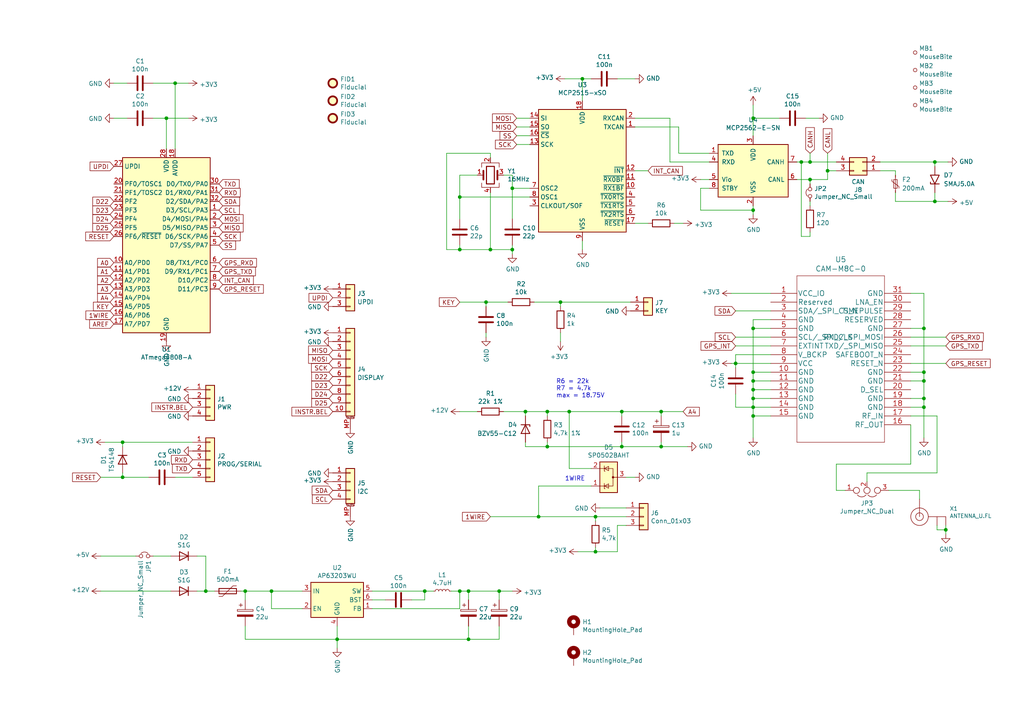
<source format=kicad_sch>
(kicad_sch (version 20230121) (generator eeschema)
  (paper "A4")
  (title_block (title "CAN Display") (date "2021-03-12") (rev "0.5.1") (company "fiz-o-matic"))
  (junction (at 191.77 119.38))
  (junction (at 218.44 34.29))
  (junction (at 165.1 119.38))
  (junction (at 97.79 185.42))
  (junction (at 218.44 60.96))
  (junction (at 144.78 171.45))
  (junction (at 267.97 107.95))
  (junction (at 158.75 129.54))
  (junction (at 191.77 129.54))
  (junction (at 168.91 22.86))
  (junction (at 148.59 72.39))
  (junction (at 274.32 153.67))
  (junction (at 234.95 52.07))
  (junction (at 123.19 171.45))
  (junction (at 135.89 185.42))
  (junction (at 218.44 115.57))
  (junction (at 267.97 118.11))
  (junction (at 218.44 95.25))
  (junction (at 135.89 171.45))
  (junction (at 133.35 72.39))
  (junction (at 162.56 87.63))
  (junction (at 35.56 128.27))
  (junction (at 71.12 171.45))
  (junction (at 267.97 95.25))
  (junction (at 218.44 107.95))
  (junction (at 152.4 119.38))
  (junction (at 267.97 110.49))
  (junction (at 156.21 149.86))
  (junction (at 142.24 72.39))
  (junction (at 48.26 34.29))
  (junction (at 133.35 171.45))
  (junction (at 78.74 171.45))
  (junction (at 213.36 105.41))
  (junction (at 172.72 160.02))
  (junction (at 50.8 24.13))
  (junction (at 180.34 119.38))
  (junction (at 158.75 119.38))
  (junction (at 133.35 57.15))
  (junction (at 232.41 46.99))
  (junction (at 180.34 129.54))
  (junction (at 271.145 58.42))
  (junction (at 218.44 113.03))
  (junction (at 172.72 149.86))
  (junction (at 148.59 54.61))
  (junction (at 234.95 46.99))
  (junction (at 240.03 49.53))
  (junction (at 218.44 110.49))
  (junction (at 218.44 120.65))
  (junction (at 59.69 171.45))
  (junction (at 267.97 115.57))
  (junction (at 140.97 87.63))
  (junction (at 218.44 118.11))
  (junction (at 271.145 46.99))
  (junction (at 35.56 138.43))
  (wire (pts (xy 271.145 55.88) (xy 271.145 58.42)))
  (wire (pts (xy 196.85 44.45) (xy 205.74 44.45)))
  (wire (pts (xy 29.21 161.29) (xy 39.37 161.29)))
  (wire (pts (xy 35.56 137.16) (xy 35.56 138.43)))
  (wire (pts (xy 142.24 55.88) (xy 142.24 72.39)))
  (wire (pts (xy 148.59 50.8) (xy 148.59 54.61)))
  (wire (pts (xy 257.81 142.24) (xy 266.7 142.24)))
  (wire (pts (xy 234.95 46.99) (xy 242.57 46.99)))
  (wire (pts (xy 97.79 185.42) (xy 135.89 185.42)))
  (wire (pts (xy 133.35 176.53) (xy 133.35 171.45)))
  (wire (pts (xy 142.24 149.86) (xy 156.21 149.86)))
  (wire (pts (xy 35.56 138.43) (xy 43.18 138.43)))
  (wire (pts (xy 267.97 110.49) (xy 267.97 115.57)))
  (wire (pts (xy 264.16 110.49) (xy 267.97 110.49)))
  (wire (pts (xy 271.78 153.67) (xy 274.32 153.67)))
  (wire (pts (xy 156.21 149.86) (xy 156.21 140.97)))
  (wire (pts (xy 163.83 22.86) (xy 168.91 22.86)))
  (wire (pts (xy 149.86 41.91) (xy 153.67 41.91)))
  (wire (pts (xy 123.19 173.99) (xy 123.19 171.45)))
  (wire (pts (xy 162.56 96.52) (xy 162.56 99.06)))
  (wire (pts (xy 264.16 118.11) (xy 267.97 118.11)))
  (wire (pts (xy 133.35 57.15) (xy 153.67 57.15)))
  (wire (pts (xy 149.86 39.37) (xy 153.67 39.37)))
  (wire (pts (xy 203.2 60.96) (xy 218.44 60.96)))
  (wire (pts (xy 271.78 137.16) (xy 271.78 120.65)))
  (wire (pts (xy 172.72 149.86) (xy 181.61 149.86)))
  (wire (pts (xy 213.36 105.41) (xy 213.36 106.68)))
  (wire (pts (xy 172.72 151.13) (xy 172.72 149.86)))
  (wire (pts (xy 213.36 114.3) (xy 213.36 118.11)))
  (wire (pts (xy 152.4 120.65) (xy 152.4 119.38)))
  (wire (pts (xy 271.78 120.65) (xy 264.16 120.65)))
  (wire (pts (xy 154.94 87.63) (xy 162.56 87.63)))
  (wire (pts (xy 59.69 171.45) (xy 62.23 171.45)))
  (wire (pts (xy 144.78 185.42) (xy 144.78 181.61)))
  (wire (pts (xy 133.35 119.38) (xy 138.43 119.38)))
  (wire (pts (xy 242.57 134.62) (xy 242.57 142.24)))
  (wire (pts (xy 165.1 135.89) (xy 171.45 135.89)))
  (wire (pts (xy 195.58 64.77) (xy 198.12 64.77)))
  (wire (pts (xy 30.48 128.27) (xy 35.56 128.27)))
  (wire (pts (xy 44.45 24.13) (xy 50.8 24.13)))
  (wire (pts (xy 142.24 44.45) (xy 129.54 44.45)))
  (wire (pts (xy 271.145 58.42) (xy 274.955 58.42)))
  (wire (pts (xy 213.36 105.41) (xy 212.09 105.41)))
  (wire (pts (xy 218.44 92.71) (xy 218.44 95.25)))
  (wire (pts (xy 264.16 123.19) (xy 264.16 134.62)))
  (wire (pts (xy 158.75 120.65) (xy 158.75 119.38)))
  (wire (pts (xy 71.12 171.45) (xy 78.74 171.45)))
  (wire (pts (xy 148.59 54.61) (xy 153.67 54.61)))
  (wire (pts (xy 148.59 63.5) (xy 148.59 54.61)))
  (wire (pts (xy 267.97 118.11) (xy 267.97 127)))
  (wire (pts (xy 264.16 115.57) (xy 267.97 115.57)))
  (wire (pts (xy 203.2 52.07) (xy 205.74 52.07)))
  (wire (pts (xy 223.52 120.65) (xy 218.44 120.65)))
  (wire (pts (xy 233.68 34.29) (xy 237.49 34.29)))
  (wire (pts (xy 213.36 102.87) (xy 223.52 102.87)))
  (wire (pts (xy 218.44 107.95) (xy 218.44 110.49)))
  (wire (pts (xy 191.77 119.38) (xy 198.12 119.38)))
  (wire (pts (xy 50.8 24.13) (xy 50.8 43.18)))
  (wire (pts (xy 274.32 152.4) (xy 274.32 153.67)))
  (wire (pts (xy 218.44 120.65) (xy 218.44 127)))
  (wire (pts (xy 33.02 24.13) (xy 36.83 24.13)))
  (wire (pts (xy 78.74 176.53) (xy 78.74 171.45)))
  (wire (pts (xy 50.8 138.43) (xy 55.88 138.43)))
  (wire (pts (xy 156.21 149.86) (xy 172.72 149.86)))
  (wire (pts (xy 234.95 68.58) (xy 234.95 67.31)))
  (wire (pts (xy 172.72 158.75) (xy 172.72 160.02)))
  (wire (pts (xy 146.05 50.8) (xy 148.59 50.8)))
  (wire (pts (xy 148.59 72.39) (xy 148.59 73.66)))
  (wire (pts (xy 184.15 49.53) (xy 187.96 49.53)))
  (wire (pts (xy 213.36 90.17) (xy 223.52 90.17)))
  (wire (pts (xy 194.31 46.99) (xy 205.74 46.99)))
  (wire (pts (xy 172.72 160.02) (xy 179.07 160.02)))
  (wire (pts (xy 203.2 54.61) (xy 203.2 60.96)))
  (wire (pts (xy 71.12 171.45) (xy 71.12 173.99)))
  (wire (pts (xy 129.54 72.39) (xy 133.35 72.39)))
  (wire (pts (xy 223.52 105.41) (xy 213.36 105.41)))
  (wire (pts (xy 133.35 63.5) (xy 133.35 57.15)))
  (wire (pts (xy 167.64 160.02) (xy 172.72 160.02)))
  (wire (pts (xy 223.52 118.11) (xy 218.44 118.11)))
  (wire (pts (xy 232.41 46.99) (xy 234.95 46.99)))
  (wire (pts (xy 218.44 113.03) (xy 218.44 115.57)))
  (wire (pts (xy 251.46 139.7) (xy 251.46 137.16)))
  (wire (pts (xy 259.715 55.88) (xy 259.715 58.42)))
  (wire (pts (xy 264.16 95.25) (xy 267.97 95.25)))
  (wire (pts (xy 194.31 34.29) (xy 194.31 46.99)))
  (wire (pts (xy 133.35 171.45) (xy 130.81 171.45)))
  (wire (pts (xy 264.16 134.62) (xy 242.57 134.62)))
  (wire (pts (xy 35.56 128.27) (xy 55.88 128.27)))
  (wire (pts (xy 168.91 69.85) (xy 168.91 72.39)))
  (wire (pts (xy 184.15 64.77) (xy 187.96 64.77)))
  (wire (pts (xy 149.86 36.83) (xy 153.67 36.83)))
  (wire (pts (xy 133.35 171.45) (xy 135.89 171.45)))
  (wire (pts (xy 232.41 46.99) (xy 232.41 68.58)))
  (wire (pts (xy 218.44 95.25) (xy 218.44 107.95)))
  (wire (pts (xy 240.03 52.07) (xy 240.03 49.53)))
  (wire (pts (xy 180.34 128.27) (xy 180.34 129.54)))
  (wire (pts (xy 152.4 128.27) (xy 152.4 129.54)))
  (wire (pts (xy 242.57 142.24) (xy 245.11 142.24)))
  (wire (pts (xy 158.75 128.27) (xy 158.75 129.54)))
  (wire (pts (xy 48.26 34.29) (xy 54.61 34.29)))
  (wire (pts (xy 97.79 185.42) (xy 97.79 187.96)))
  (wire (pts (xy 44.45 34.29) (xy 48.26 34.29)))
  (wire (pts (xy 234.95 59.69) (xy 234.95 58.42)))
  (wire (pts (xy 158.75 129.54) (xy 180.34 129.54)))
  (wire (pts (xy 180.34 120.65) (xy 180.34 119.38)))
  (wire (pts (xy 179.07 22.86) (xy 184.15 22.86)))
  (wire (pts (xy 180.34 119.38) (xy 191.77 119.38)))
  (wire (pts (xy 223.52 115.57) (xy 218.44 115.57)))
  (wire (pts (xy 162.56 88.9) (xy 162.56 87.63)))
  (wire (pts (xy 135.89 181.61) (xy 135.89 185.42)))
  (wire (pts (xy 191.77 120.65) (xy 191.77 119.38)))
  (wire (pts (xy 140.97 88.9) (xy 140.97 87.63)))
  (wire (pts (xy 152.4 129.54) (xy 158.75 129.54)))
  (wire (pts (xy 173.99 147.32) (xy 181.61 147.32)))
  (wire (pts (xy 168.91 29.21) (xy 168.91 22.86)))
  (wire (pts (xy 158.75 119.38) (xy 165.1 119.38)))
  (wire (pts (xy 212.09 85.09) (xy 223.52 85.09)))
  (wire (pts (xy 266.7 142.24) (xy 266.7 144.78)))
  (wire (pts (xy 259.715 58.42) (xy 271.145 58.42)))
  (wire (pts (xy 142.24 72.39) (xy 148.59 72.39)))
  (wire (pts (xy 205.74 54.61) (xy 203.2 54.61)))
  (wire (pts (xy 234.95 52.07) (xy 240.03 52.07)))
  (wire (pts (xy 171.45 22.86) (xy 168.91 22.86)))
  (wire (pts (xy 255.27 46.99) (xy 271.145 46.99)))
  (wire (pts (xy 223.52 113.03) (xy 218.44 113.03)))
  (wire (pts (xy 255.27 49.53) (xy 259.715 49.53)))
  (wire (pts (xy 107.95 173.99) (xy 111.76 173.99)))
  (wire (pts (xy 240.03 44.45) (xy 240.03 49.53)))
  (wire (pts (xy 218.44 30.48) (xy 218.44 34.29)))
  (wire (pts (xy 69.85 171.45) (xy 71.12 171.45)))
  (wire (pts (xy 231.14 52.07) (xy 234.95 52.07)))
  (wire (pts (xy 196.85 36.83) (xy 196.85 44.45)))
  (wire (pts (xy 107.95 176.53) (xy 133.35 176.53)))
  (wire (pts (xy 162.56 87.63) (xy 182.88 87.63)))
  (wire (pts (xy 33.02 34.29) (xy 36.83 34.29)))
  (wire (pts (xy 152.4 119.38) (xy 158.75 119.38)))
  (wire (pts (xy 264.16 85.09) (xy 267.97 85.09)))
  (wire (pts (xy 135.89 171.45) (xy 144.78 171.45)))
  (wire (pts (xy 213.36 97.79) (xy 223.52 97.79)))
  (wire (pts (xy 78.74 171.45) (xy 87.63 171.45)))
  (wire (pts (xy 29.21 138.43) (xy 35.56 138.43)))
  (wire (pts (xy 223.52 107.95) (xy 218.44 107.95)))
  (wire (pts (xy 133.35 87.63) (xy 140.97 87.63)))
  (wire (pts (xy 267.97 107.95) (xy 267.97 110.49)))
  (wire (pts (xy 213.36 118.11) (xy 218.44 118.11)))
  (wire (pts (xy 218.44 60.96) (xy 218.44 62.23)))
  (wire (pts (xy 180.34 129.54) (xy 191.77 129.54)))
  (wire (pts (xy 274.32 100.33) (xy 264.16 100.33)))
  (wire (pts (xy 218.44 110.49) (xy 218.44 113.03)))
  (wire (pts (xy 232.41 68.58) (xy 234.95 68.58)))
  (wire (pts (xy 184.15 36.83) (xy 196.85 36.83)))
  (wire (pts (xy 129.54 44.45) (xy 129.54 72.39)))
  (wire (pts (xy 271.145 46.99) (xy 271.145 48.26)))
  (wire (pts (xy 267.97 85.09) (xy 267.97 95.25)))
  (wire (pts (xy 142.24 45.72) (xy 142.24 44.45)))
  (wire (pts (xy 123.19 171.45) (xy 125.73 171.45)))
  (wire (pts (xy 57.15 171.45) (xy 59.69 171.45)))
  (wire (pts (xy 71.12 181.61) (xy 71.12 185.42)))
  (wire (pts (xy 181.61 138.43) (xy 184.15 138.43)))
  (wire (pts (xy 107.95 171.45) (xy 123.19 171.45)))
  (wire (pts (xy 35.56 129.54) (xy 35.56 128.27)))
  (wire (pts (xy 271.78 152.4) (xy 271.78 153.67)))
  (wire (pts (xy 213.36 105.41) (xy 213.36 102.87)))
  (wire (pts (xy 87.63 176.53) (xy 78.74 176.53)))
  (wire (pts (xy 267.97 115.57) (xy 267.97 118.11)))
  (wire (pts (xy 234.95 44.45) (xy 234.95 46.99)))
  (wire (pts (xy 119.38 173.99) (xy 123.19 173.99)))
  (wire (pts (xy 165.1 119.38) (xy 180.34 119.38)))
  (wire (pts (xy 144.78 171.45) (xy 148.59 171.45)))
  (wire (pts (xy 140.97 87.63) (xy 147.32 87.63)))
  (wire (pts (xy 240.03 49.53) (xy 242.57 49.53)))
  (wire (pts (xy 140.97 96.52) (xy 140.97 97.79)))
  (wire (pts (xy 191.77 129.54) (xy 199.39 129.54)))
  (wire (pts (xy 57.15 161.29) (xy 59.69 161.29)))
  (wire (pts (xy 179.07 160.02) (xy 179.07 152.4)))
  (wire (pts (xy 146.05 119.38) (xy 152.4 119.38)))
  (wire (pts (xy 274.32 97.79) (xy 264.16 97.79)))
  (wire (pts (xy 251.46 137.16) (xy 271.78 137.16)))
  (wire (pts (xy 71.12 185.42) (xy 97.79 185.42)))
  (wire (pts (xy 156.21 140.97) (xy 171.45 140.97)))
  (wire (pts (xy 218.44 118.11) (xy 218.44 120.65)))
  (wire (pts (xy 213.36 100.33) (xy 223.52 100.33)))
  (wire (pts (xy 264.16 107.95) (xy 267.97 107.95)))
  (wire (pts (xy 223.52 110.49) (xy 218.44 110.49)))
  (wire (pts (xy 48.26 34.29) (xy 48.26 43.18)))
  (wire (pts (xy 138.43 50.8) (xy 133.35 50.8)))
  (wire (pts (xy 135.89 171.45) (xy 135.89 173.99)))
  (wire (pts (xy 274.32 153.67) (xy 274.32 154.94)))
  (wire (pts (xy 259.715 49.53) (xy 259.715 50.8)))
  (wire (pts (xy 133.35 50.8) (xy 133.35 57.15)))
  (wire (pts (xy 274.32 105.41) (xy 264.16 105.41)))
  (wire (pts (xy 144.78 171.45) (xy 144.78 173.99)))
  (wire (pts (xy 223.52 95.25) (xy 218.44 95.25)))
  (wire (pts (xy 271.145 46.99) (xy 274.955 46.99)))
  (wire (pts (xy 149.86 34.29) (xy 153.67 34.29)))
  (wire (pts (xy 191.77 128.27) (xy 191.77 129.54)))
  (wire (pts (xy 218.44 59.69) (xy 218.44 60.96)))
  (wire (pts (xy 218.44 115.57) (xy 218.44 118.11)))
  (wire (pts (xy 97.79 181.61) (xy 97.79 185.42)))
  (wire (pts (xy 231.14 46.99) (xy 232.41 46.99)))
  (wire (pts (xy 148.59 71.12) (xy 148.59 72.39)))
  (wire (pts (xy 223.52 92.71) (xy 218.44 92.71)))
  (wire (pts (xy 135.89 185.42) (xy 144.78 185.42)))
  (wire (pts (xy 165.1 119.38) (xy 165.1 135.89)))
  (wire (pts (xy 59.69 161.29) (xy 59.69 171.45)))
  (wire (pts (xy 234.95 53.34) (xy 234.95 52.07)))
  (wire (pts (xy 50.8 24.13) (xy 54.61 24.13)))
  (wire (pts (xy 218.44 34.29) (xy 218.44 39.37)))
  (wire (pts (xy 133.35 72.39) (xy 142.24 72.39)))
  (wire (pts (xy 44.45 161.29) (xy 49.53 161.29)))
  (wire (pts (xy 133.35 71.12) (xy 133.35 72.39)))
  (wire (pts (xy 29.21 171.45) (xy 49.53 171.45)))
  (wire (pts (xy 267.97 95.25) (xy 267.97 107.95)))
  (wire (pts (xy 226.06 34.29) (xy 218.44 34.29)))
  (wire (pts (xy 179.07 152.4) (xy 181.61 152.4)))
  (wire (pts (xy 184.15 34.29) (xy 194.31 34.29)))
  (text "1WIRE" (at 163.83 139.7 0) (effects (font (size 1.27 1.27)) (justify left bottom)))
  (text "R6 = 22k\nR7 = 4.7k\nmax = 18.75V" (at 161.29 115.57 0) (effects (font (size 1.27 1.27)) (justify left bottom)))
  (global_label "1WIRE" (shape input) (at 142.24 149.86 180) (property "Intersheetrefs" "${INTERSHEET_REFS}" (effects hide)))
  (global_label "MISO" (shape input) (at 149.86 36.83 180) (property "Intersheetrefs" "${INTERSHEET_REFS}" (effects hide)))
  (global_label "GPS_INT" (shape input) (at 213.36 100.33 180) (property "Intersheetrefs" "${INTERSHEET_REFS}" (effects hide)))
  (global_label "MISO" (shape input) (at 96.52 101.6 180) (property "Intersheetrefs" "${INTERSHEET_REFS}" (effects hide)))
  (global_label "RXD" (shape input) (at 63.5 55.88 0) (property "Intersheetrefs" "${INTERSHEET_REFS}" (effects hide)))
  (global_label "UPDI" (shape input) (at 33.02 48.26 180) (property "Intersheetrefs" "${INTERSHEET_REFS}" (effects hide)))
  (global_label "KEY" (shape input) (at 133.35 87.63 180) (property "Intersheetrefs" "${INTERSHEET_REFS}" (effects hide)))
  (global_label "INT_CAN" (shape input) (at 63.5 81.28 0) (property "Intersheetrefs" "${INTERSHEET_REFS}" (effects hide)))
  (global_label "TXD" (shape input) (at 55.88 135.89 180) (property "Intersheetrefs" "${INTERSHEET_REFS}" (effects hide)))
  (global_label "RESET" (shape input) (at 33.02 68.58 180) (property "Intersheetrefs" "${INTERSHEET_REFS}" (effects hide)))
  (global_label "INSTR.BEL" (shape input) (at 96.52 119.38 180) (property "Intersheetrefs" "${INTERSHEET_REFS}" (effects hide)))
  (global_label "A4" (shape input) (at 198.12 119.38 0) (property "Intersheetrefs" "${INTERSHEET_REFS}" (effects hide)))
  (global_label "AREF" (shape input) (at 33.02 93.98 180) (property "Intersheetrefs" "${INTERSHEET_REFS}" (effects hide)))
  (global_label "D23" (shape input) (at 96.52 111.76 180) (property "Intersheetrefs" "${INTERSHEET_REFS}" (effects hide)))
  (global_label "SS" (shape input) (at 149.86 39.37 180) (property "Intersheetrefs" "${INTERSHEET_REFS}" (effects hide)))
  (global_label "MOSI" (shape input) (at 96.52 104.14 180) (property "Intersheetrefs" "${INTERSHEET_REFS}" (effects hide)))
  (global_label "D25" (shape input) (at 96.52 116.84 180) (property "Intersheetrefs" "${INTERSHEET_REFS}" (effects hide)))
  (global_label "A0" (shape input) (at 33.02 76.2 180) (property "Intersheetrefs" "${INTERSHEET_REFS}" (effects hide)))
  (global_label "MISO" (shape input) (at 63.5 66.04 0) (property "Intersheetrefs" "${INTERSHEET_REFS}" (effects hide)))
  (global_label "SCL" (shape input) (at 96.52 144.78 180) (property "Intersheetrefs" "${INTERSHEET_REFS}" (effects hide)))
  (global_label "A4" (shape input) (at 33.02 86.36 180) (property "Intersheetrefs" "${INTERSHEET_REFS}" (effects hide)))
  (global_label "D24" (shape input) (at 33.02 63.5 180) (property "Intersheetrefs" "${INTERSHEET_REFS}" (effects hide)))
  (global_label "D24" (shape input) (at 96.52 114.3 180) (property "Intersheetrefs" "${INTERSHEET_REFS}" (effects hide)))
  (global_label "SDA" (shape input) (at 63.5 58.42 0) (property "Intersheetrefs" "${INTERSHEET_REFS}" (effects hide)))
  (global_label "INT_CAN" (shape input) (at 187.96 49.53 0) (property "Intersheetrefs" "${INTERSHEET_REFS}" (effects hide)))
  (global_label "1WIRE" (shape input) (at 33.02 91.44 180) (property "Intersheetrefs" "${INTERSHEET_REFS}" (effects hide)))
  (global_label "SCL" (shape input) (at 63.5 60.96 0) (property "Intersheetrefs" "${INTERSHEET_REFS}" (effects hide)))
  (global_label "A3" (shape input) (at 33.02 83.82 180) (property "Intersheetrefs" "${INTERSHEET_REFS}" (effects hide)))
  (global_label "MOSI" (shape input) (at 149.86 34.29 180) (property "Intersheetrefs" "${INTERSHEET_REFS}" (effects hide)))
  (global_label "SCK" (shape input) (at 63.5 68.58 0) (property "Intersheetrefs" "${INTERSHEET_REFS}" (effects hide)))
  (global_label "SS" (shape input) (at 63.5 71.12 0) (property "Intersheetrefs" "${INTERSHEET_REFS}" (effects hide)))
  (global_label "UPDI" (shape input) (at 96.52 86.36 180) (property "Intersheetrefs" "${INTERSHEET_REFS}" (effects hide)))
  (global_label "SCK" (shape input) (at 149.86 41.91 180) (property "Intersheetrefs" "${INTERSHEET_REFS}" (effects hide)))
  (global_label "GPS_RXD" (shape input) (at 63.5 76.2 0) (property "Intersheetrefs" "${INTERSHEET_REFS}" (effects hide)))
  (global_label "D22" (shape input) (at 33.02 58.42 180) (property "Intersheetrefs" "${INTERSHEET_REFS}" (effects hide)))
  (global_label "CANL" (shape input) (at 240.03 44.45 90) (property "Intersheetrefs" "${INTERSHEET_REFS}" (effects hide)))
  (global_label "D22" (shape input) (at 96.52 109.22 180) (property "Intersheetrefs" "${INTERSHEET_REFS}" (effects hide)))
  (global_label "GPS_RESET" (shape input) (at 274.32 105.41 0) (property "Intersheetrefs" "${INTERSHEET_REFS}" (effects hide)))
  (global_label "SCL" (shape input) (at 213.36 97.79 180) (property "Intersheetrefs" "${INTERSHEET_REFS}" (effects hide)))
  (global_label "RESET" (shape input) (at 29.21 138.43 180) (property "Intersheetrefs" "${INTERSHEET_REFS}" (effects hide)))
  (global_label "GPS_RESET" (shape input) (at 63.5 83.82 0) (property "Intersheetrefs" "${INTERSHEET_REFS}" (effects hide)))
  (global_label "TXD" (shape input) (at 63.5 53.34 0) (property "Intersheetrefs" "${INTERSHEET_REFS}" (effects hide)))
  (global_label "GPS_TXD" (shape input) (at 274.32 100.33 0) (property "Intersheetrefs" "${INTERSHEET_REFS}" (effects hide)))
  (global_label "SCK" (shape input) (at 96.52 106.68 180) (property "Intersheetrefs" "${INTERSHEET_REFS}" (effects hide)))
  (global_label "A1" (shape input) (at 33.02 78.74 180) (property "Intersheetrefs" "${INTERSHEET_REFS}" (effects hide)))
  (global_label "GPS_TXD" (shape input) (at 63.5 78.74 0) (property "Intersheetrefs" "${INTERSHEET_REFS}" (effects hide)))
  (global_label "CANH" (shape input) (at 234.95 44.45 90) (property "Intersheetrefs" "${INTERSHEET_REFS}" (effects hide)))
  (global_label "D23" (shape input) (at 33.02 60.96 180) (property "Intersheetrefs" "${INTERSHEET_REFS}" (effects hide)))
  (global_label "KEY" (shape input) (at 33.02 88.9 180) (property "Intersheetrefs" "${INTERSHEET_REFS}" (effects hide)))
  (global_label "RXD" (shape input) (at 55.88 133.35 180) (property "Intersheetrefs" "${INTERSHEET_REFS}" (effects hide)))
  (global_label "GPS_RXD" (shape input) (at 274.32 97.79 0) (property "Intersheetrefs" "${INTERSHEET_REFS}" (effects hide)))
  (global_label "D25" (shape input) (at 33.02 66.04 180) (property "Intersheetrefs" "${INTERSHEET_REFS}" (effects hide)))
  (global_label "SDA" (shape input) (at 213.36 90.17 180) (property "Intersheetrefs" "${INTERSHEET_REFS}" (effects hide)))
  (global_label "MOSI" (shape input) (at 63.5 63.5 0) (property "Intersheetrefs" "${INTERSHEET_REFS}" (effects hide)))
  (global_label "A2" (shape input) (at 33.02 81.28 180) (property "Intersheetrefs" "${INTERSHEET_REFS}" (effects hide)))
  (global_label "INSTR.BEL" (shape input) (at 55.88 118.11 180) (property "Intersheetrefs" "${INTERSHEET_REFS}" (effects hide)))
  (global_label "SDA" (shape input) (at 96.52 142.24 180) (property "Intersheetrefs" "${INTERSHEET_REFS}" (effects hide)))
  (symbol (lib_id "Device:C") (at 148.59 67.31 0) (unit 1)
    (property "Reference" "C10" (at 151.511 66.1416 0) (effects (justify left)))
    (property "Value" "22p" (at 151.511 68.453 0) (effects (justify left)))
    (property "Footprint" "Capacitor_SMD:C_0805_2012Metric" (effects hide))
    (property "Preis" "0,09" (effects hide))
  )
  (symbol (lib_id "Device:C") (at 133.35 67.31 0) (unit 1)
    (property "Reference" "C6" (at 136.271 66.1416 0) (effects (justify left)))
    (property "Value" "22p" (at 136.271 68.453 0) (effects (justify left)))
    (property "Footprint" "Capacitor_SMD:C_0805_2012Metric" (effects hide))
    (property "Preis" "0,09" (effects hide))
  )
  (symbol (lib_id "power:+5V") (at 218.44 30.48 0) (unit 1)
    (property "Reference" "#PWR039" (effects hide))
    (property "Value" "+5V" (at 218.821 26.0858 0))
  )
  (symbol (lib_id "power:GND") (at 218.44 62.23 0) (unit 1)
    (property "Reference" "#PWR040" (effects hide))
    (property "Value" "GND" (at 218.567 66.6242 0))
  )
  (symbol (lib_id "power:GND") (at 168.91 72.39 0) (unit 1)
    (property "Reference" "#PWR029" (effects hide))
    (property "Value" "GND" (at 169.037 76.7842 0))
  )
  (symbol (lib_id "power:GND") (at 148.59 73.66 0) (unit 1)
    (property "Reference" "#PWR024" (effects hide))
    (property "Value" "GND" (at 148.717 78.0542 0))
  )
  (symbol (lib_id "Device:R") (at 234.95 63.5 0) (unit 1)
    (property "Reference" "R7" (at 236.728 62.3316 0) (effects (justify left)))
    (property "Value" "120" (at 236.728 64.643 0) (effects (justify left)))
    (property "Footprint" "Resistor_SMD:R_0805_2012Metric" (effects hide))
    (property "Preis" "0,09" (effects hide))
  )
  (symbol (lib_id "SmartDisplay-rescue:Jumper_NC_Small-Device") (at 234.95 55.88 90) (unit 1)
    (property "Reference" "JP2" (at 236.1438 54.7116 90) (effects (justify right)))
    (property "Value" "Jumper_NC_Small" (at 236.1438 57.023 90) (effects (justify right)))
    (property "Footprint" "Jumper:SolderJumper-2_P1.3mm_Open_RoundedPad1.0x1.5mm" (effects hide))
  )
  (symbol (lib_id "Device:C") (at 46.99 138.43 270) (unit 1)
    (property "Reference" "C3" (at 46.99 132.0292 90))
    (property "Value" "100n" (at 46.99 134.3406 90))
    (property "Footprint" "Capacitor_SMD:C_0805_2012Metric" (effects hide))
    (property "Preis" "0,02" (effects hide))
  )
  (symbol (lib_id "power:+5V") (at 274.955 58.42 270) (unit 1)
    (property "Reference" "#PWR044" (effects hide))
    (property "Value" "+5V" (at 278.2062 58.801 90) (effects (justify left)))
  )
  (symbol (lib_id "power:+12V") (at 55.88 113.03 90) (unit 1)
    (property "Reference" "#PWR09" (effects hide))
    (property "Value" "+12V" (at 52.6288 112.649 90) (effects (justify left)))
  )
  (symbol (lib_id "Device:C") (at 229.87 34.29 270) (unit 1)
    (property "Reference" "C15" (at 229.87 27.8892 90))
    (property "Value" "100n" (at 229.87 30.2006 90))
    (property "Footprint" "Capacitor_SMD:C_0805_2012Metric" (effects hide))
    (property "Preis" "0,02" (effects hide))
  )
  (symbol (lib_id "Device:C") (at 175.26 22.86 270) (unit 1)
    (property "Reference" "C11" (at 175.26 16.4592 90))
    (property "Value" "100n" (at 175.26 18.7706 90))
    (property "Footprint" "Capacitor_SMD:C_0805_2012Metric" (effects hide))
    (property "Preis" "0,02" (effects hide))
  )
  (symbol (lib_id "Device:C") (at 40.64 34.29 270) (unit 1)
    (property "Reference" "C2" (at 40.64 27.8892 90))
    (property "Value" "100n" (at 40.64 30.2006 90))
    (property "Footprint" "Capacitor_SMD:C_0805_2012Metric" (effects hide))
    (property "Preis" "0,02" (effects hide))
  )
  (symbol (lib_id "power:GND") (at 48.26 99.06 0) (unit 1)
    (property "Reference" "#PWR06" (effects hide))
    (property "Value" "GND" (at 48.387 102.3112 90) (effects (justify right)))
  )
  (symbol (lib_id "power:GND") (at 184.15 22.86 90) (unit 1)
    (property "Reference" "#PWR032" (effects hide))
    (property "Value" "GND" (at 187.4012 22.733 90) (effects (justify right)))
  )
  (symbol (lib_id "power:GND") (at 237.49 34.29 90) (unit 1)
    (property "Reference" "#PWR042" (effects hide))
    (property "Value" "GND" (at 240.7412 34.163 90) (effects (justify right)))
  )
  (symbol (lib_id "power:GND") (at 55.88 120.65 270) (unit 1)
    (property "Reference" "#PWR011" (effects hide))
    (property "Value" "GND" (at 52.6288 120.777 90) (effects (justify right)))
  )
  (symbol (lib_id "Connector_Generic:Conn_02x02_Top_Bottom") (at 250.19 49.53 180) (unit 1)
    (property "Reference" "J8" (at 248.92 55.0418 0))
    (property "Value" "CAN" (at 248.92 52.7304 0))
    (property "Footprint" "Connector_Molex:Molex_Micro-Fit_3.0_43045-0412_2x02_P3.00mm_Vertical" (effects hide))
    (property "Preis" "1,22" (effects hide))
  )
  (symbol (lib_id "power:GND") (at 173.99 147.32 270) (unit 1)
    (property "Reference" "#PWR030" (effects hide))
    (property "Value" "GND" (at 170.7388 147.447 90) (effects (justify right)))
  )
  (symbol (lib_id "Device:R") (at 172.72 154.94 0) (unit 1)
    (property "Reference" "R5" (at 174.498 153.7716 0) (effects (justify left)))
    (property "Value" "4,7k" (at 174.498 156.083 0) (effects (justify left)))
    (property "Footprint" "Resistor_SMD:R_0805_2012Metric" (effects hide))
    (property "Preis" "0,09" (effects hide))
  )
  (symbol (lib_id "Interface_CAN_LIN:MCP2562-E-SN") (at 218.44 49.53 0) (unit 1)
    (property "Reference" "U4" (at 218.44 34.7726 0))
    (property "Value" "MCP2562-E-SN" (at 218.44 37.084 0))
    (property "Footprint" "Package_SO:SOIC-8_3.9x4.9mm_P1.27mm" (effects hide))
    (property "Datasheet" "http://ww1.microchip.com/downloads/en/DeviceDoc/25167A.pdf" (effects hide))
    (property "Preis" "1,2" (effects hide))
  )
  (symbol (lib_id "Device:R") (at 191.77 64.77 270) (unit 1)
    (property "Reference" "R6" (at 191.77 59.5122 90))
    (property "Value" "10k" (at 191.77 61.8236 90))
    (property "Footprint" "Resistor_SMD:R_0805_2012Metric" (effects hide))
    (property "Preis" "0,09" (effects hide))
  )
  (symbol (lib_id "Mechanical:MountingHole_Pad") (at 166.37 181.61 0) (unit 1)
    (property "Reference" "H1" (at 168.91 180.3654 0) (effects (justify left)))
    (property "Value" "MountingHole_Pad" (at 168.91 182.6768 0) (effects (justify left)))
    (property "Footprint" "MountingHole:MountingHole_2.2mm_M2" (effects hide))
  )
  (symbol (lib_id "Mechanical:MountingHole_Pad") (at 166.37 190.5 0) (unit 1)
    (property "Reference" "H2" (at 168.91 189.2554 0) (effects (justify left)))
    (property "Value" "MountingHole_Pad" (at 168.91 191.5668 0) (effects (justify left)))
    (property "Footprint" "MountingHole:MountingHole_2.2mm_M2" (effects hide))
  )
  (symbol (lib_id "Device:C") (at 140.97 92.71 0) (unit 1)
    (property "Reference" "C8" (at 143.891 91.5416 0) (effects (justify left)))
    (property "Value" "100n" (at 143.891 93.853 0) (effects (justify left)))
    (property "Footprint" "Capacitor_SMD:C_0805_2012Metric" (effects hide))
    (property "Preis" "0,02" (effects hide))
  )
  (symbol (lib_id "Device:R") (at 151.13 87.63 270) (unit 1)
    (property "Reference" "R2" (at 151.13 82.3722 90))
    (property "Value" "10k" (at 151.13 84.6836 90))
    (property "Footprint" "Resistor_SMD:R_0805_2012Metric" (effects hide))
    (property "Preis" "0,09" (effects hide))
  )
  (symbol (lib_id "Device:R") (at 162.56 92.71 0) (unit 1)
    (property "Reference" "R4" (at 164.338 91.5416 0) (effects (justify left)))
    (property "Value" "1k" (at 164.338 93.853 0) (effects (justify left)))
    (property "Footprint" "Resistor_SMD:R_0805_2012Metric" (effects hide))
    (property "Preis" "0,09" (effects hide))
  )
  (symbol (lib_id "power:GND") (at 140.97 97.79 0) (unit 1)
    (property "Reference" "#PWR023" (effects hide))
    (property "Value" "GND" (at 141.097 101.0412 90) (effects (justify right)))
  )
  (symbol (lib_id "Device:R") (at 142.24 119.38 270) (unit 1)
    (property "Reference" "R1" (at 142.24 114.1222 90))
    (property "Value" "22k 1%" (at 142.24 116.4336 90))
    (property "Footprint" "Resistor_SMD:R_0805_2012Metric" (effects hide))
    (property "Preis" "0,09" (effects hide))
  )
  (symbol (lib_id "Device:R") (at 158.75 124.46 0) (unit 1)
    (property "Reference" "R3" (at 160.528 123.2916 0) (effects (justify left)))
    (property "Value" "4,7k 1%" (at 160.528 125.603 0) (effects (justify left)))
    (property "Footprint" "Resistor_SMD:R_0805_2012Metric" (effects hide))
    (property "Preis" "0,09" (effects hide))
  )
  (symbol (lib_id "Device:C") (at 180.34 124.46 0) (unit 1)
    (property "Reference" "C12" (at 183.261 123.2916 0) (effects (justify left)))
    (property "Value" "100n" (at 183.261 125.603 0) (effects (justify left)))
    (property "Footprint" "Capacitor_SMD:C_0805_2012Metric" (effects hide))
    (property "Preis" "0,02" (effects hide))
  )
  (symbol (lib_id "SmartDisplay-rescue:CP-Device") (at 191.77 124.46 0) (unit 1)
    (property "Reference" "C13" (at 194.7672 123.2916 0) (effects (justify left)))
    (property "Value" "1u" (at 194.7672 125.603 0) (effects (justify left)))
    (property "Footprint" "Capacitor_Tantalum_SMD:CP_EIA-3216-18_Kemet-A" (effects hide))
    (property "Preis" "0,22" (effects hide))
  )
  (symbol (lib_id "Device:D_Zener") (at 152.4 124.46 270) (unit 1)
    (property "Reference" "D4" (at 147.32 123.19 90) (effects (justify left)))
    (property "Value" "BZV55-C12" (at 138.43 125.73 90) (effects (justify left)))
    (property "Footprint" "Diode_SMD:D_MiniMELF" (effects hide))
    (property "MPN" "BZV55-C12,115" (effects hide))
    (property "Preis" "0,05" (effects hide))
  )
  (symbol (lib_id "power:GND") (at 199.39 129.54 90) (unit 1)
    (property "Reference" "#PWR035" (effects hide))
    (property "Value" "GND" (at 202.6412 129.413 90) (effects (justify right)))
  )
  (symbol (lib_id "power:GND") (at 55.88 115.57 270) (unit 1)
    (property "Reference" "#PWR010" (effects hide))
    (property "Value" "GND" (at 52.6288 115.697 90) (effects (justify right)))
  )
  (symbol (lib_id "power:GND") (at 182.88 90.17 270) (unit 1)
    (property "Reference" "#PWR031" (effects hide))
    (property "Value" "GND" (at 179.6288 90.297 90) (effects (justify right)))
  )
  (symbol (lib_id "power:GND") (at 274.955 46.99 90) (unit 1)
    (property "Reference" "#PWR045" (effects hide))
    (property "Value" "GND" (at 278.2062 46.863 90) (effects (justify right)))
  )
  (symbol (lib_id "Connector_Generic:Conn_01x05") (at 60.96 133.35 0) (unit 1)
    (property "Reference" "J2" (at 62.992 132.2832 0) (effects (justify left)))
    (property "Value" "PROG/SERIAL" (at 62.992 134.5946 0) (effects (justify left)))
    (property "Footprint" "Connector_JST:JST_XH_B5B-XH-A_1x05_P2.50mm_Vertical" (effects hide))
    (property "Preis" "0,25" (effects hide))
  )
  (symbol (lib_id "power:GND") (at 55.88 130.81 270) (unit 1)
    (property "Reference" "#PWR012" (effects hide))
    (property "Value" "GND" (at 52.6288 130.937 90) (effects (justify right)))
  )
  (symbol (lib_id "power:GND") (at 96.52 88.9 270) (unit 1)
    (property "Reference" "#PWR014" (effects hide))
    (property "Value" "GND" (at 93.2688 89.027 90) (effects (justify right)))
  )
  (symbol (lib_id "power:GND") (at 96.52 99.06 270) (unit 1)
    (property "Reference" "#PWR016" (effects hide))
    (property "Value" "GND" (at 93.2688 99.187 90) (effects (justify right)))
  )
  (symbol (lib_id "power:+12V") (at 133.35 119.38 90) (unit 1)
    (property "Reference" "#PWR022" (effects hide))
    (property "Value" "+12V" (at 130.0988 118.999 90) (effects (justify left)))
  )
  (symbol (lib_id "Connector_Generic:Conn_01x04") (at 60.96 115.57 0) (unit 1)
    (property "Reference" "J1" (at 62.992 115.7732 0) (effects (justify left)))
    (property "Value" "PWR" (at 62.992 118.0846 0) (effects (justify left)))
    (property "Footprint" "Connector_JST:JST_XH_B4B-XH-A_1x04_P2.50mm_Vertical" (effects hide))
    (property "Preis" "0,2" (effects hide))
  )
  (symbol (lib_id "Connector_Generic:Conn_01x02") (at 187.96 87.63 0) (unit 1)
    (property "Reference" "J7" (at 189.992 87.8332 0) (effects (justify left)))
    (property "Value" "KEY" (at 189.992 90.1446 0) (effects (justify left)))
    (property "Footprint" "Connector_JST:JST_XH_B2B-XH-A_1x02_P2.50mm_Vertical" (effects hide))
    (property "Preis" "0,14" (effects hide))
  )
  (symbol (lib_id "Device:Crystal_GND24") (at 142.24 50.8 0) (unit 1)
    (property "Reference" "Y1" (at 147.1676 49.6316 0) (effects (justify left)))
    (property "Value" "16MHz" (at 147.1676 51.943 0) (effects (justify left)))
    (property "Footprint" "Crystal:Crystal_SMD_EuroQuartz_MJ-4Pin_5.0x3.2mm" (effects hide))
    (property "Reichelt" "16,000000-MJ" (effects hide))
    (property "Preis" "1" (effects hide))
  )
  (symbol (lib_id "Interface_CAN_LIN:MCP2515-xSO") (at 168.91 49.53 0) (unit 1)
    (property "Reference" "U3" (at 168.91 24.6126 0))
    (property "Value" "MCP2515-xSO" (at 168.91 26.924 0))
    (property "Footprint" "Package_SO:SOIC-18W_7.5x11.6mm_P1.27mm" (effects hide))
    (property "Datasheet" "http://ww1.microchip.com/downloads/en/DeviceDoc/21801e.pdf" (effects hide))
    (property "Preis" "2,3" (effects hide))
  )
  (symbol (lib_id "power:+12V") (at 29.21 171.45 90) (unit 1)
    (property "Reference" "#PWR02" (effects hide))
    (property "Value" "+12V" (at 25.9588 171.069 90) (effects (justify left)))
  )
  (symbol (lib_id "power:GND") (at 97.79 187.96 0) (unit 1)
    (property "Reference" "#PWR019" (effects hide))
    (property "Value" "GND" (at 97.917 191.2112 90) (effects (justify right)))
  )
  (symbol (lib_id "SmartDisplay-rescue:ATmega4808-A-fiz-o-matic") (at 48.26 71.12 0) (unit 1)
    (property "Reference" "U1" (at 48.26 101.3206 0))
    (property "Value" "ATmega4808-A" (at 48.26 103.632 0))
    (property "Footprint" "Package_QFP:TQFP-32_7x7mm_P0.8mm" (effects hide))
    (property "Datasheet" "http://ww1.microchip.com/downloads/en/DeviceDoc/40002017A.pdf" (effects hide))
    (property "Preis" "1,6" (effects hide))
  )
  (symbol (lib_id "Device:C") (at 40.64 24.13 270) (unit 1)
    (property "Reference" "C1" (at 40.64 17.7292 90))
    (property "Value" "100n" (at 40.64 20.0406 90))
    (property "Footprint" "Capacitor_SMD:C_0805_2012Metric" (effects hide))
    (property "Preis" "0,02" (effects hide))
  )
  (symbol (lib_id "power:GND") (at 33.02 24.13 270) (unit 1)
    (property "Reference" "#PWR04" (effects hide))
    (property "Value" "GND" (at 29.7688 24.257 90) (effects (justify right)))
  )
  (symbol (lib_id "power:GND") (at 33.02 34.29 270) (unit 1)
    (property "Reference" "#PWR05" (effects hide))
    (property "Value" "GND" (at 29.7688 34.417 90) (effects (justify right)))
  )
  (symbol (lib_id "Device:Polyfuse") (at 66.04 171.45 270) (unit 1)
    (property "Reference" "F1" (at 66.04 165.735 90))
    (property "Value" "500mA" (at 66.04 168.0464 90))
    (property "Footprint" "Fuse:Fuse_1210_3225Metric" (effects hide))
    (property "Preis" "0,11" (effects hide))
  )
  (symbol (lib_id "Mechanical:Fiducial") (at 96.52 24.13 0) (unit 1)
    (property "Reference" "FID1" (at 98.679 22.9616 0) (effects (justify left)))
    (property "Value" "Fiducial" (at 98.679 25.273 0) (effects (justify left)))
    (property "Footprint" "Fiducial:Fiducial_1mm_Mask2mm" (effects hide))
  )
  (symbol (lib_id "Mechanical:Fiducial") (at 96.52 29.21 0) (unit 1)
    (property "Reference" "FID2" (at 98.679 28.0416 0) (effects (justify left)))
    (property "Value" "Fiducial" (at 98.679 30.353 0) (effects (justify left)))
    (property "Footprint" "Fiducial:Fiducial_1mm_Mask2mm" (effects hide))
  )
  (symbol (lib_id "Mechanical:Fiducial") (at 96.52 34.29 0) (unit 1)
    (property "Reference" "FID3" (at 98.679 33.1216 0) (effects (justify left)))
    (property "Value" "Fiducial" (at 98.679 35.433 0) (effects (justify left)))
    (property "Footprint" "Fiducial:Fiducial_1mm_Mask2mm" (effects hide))
  )
  (symbol (lib_id "SmartDisplay-rescue:ANTENNA_U.FL-fiz-o-matic") (at 266.7 149.86 90) (unit 1)
    (property "Reference" "X1" (at 275.4376 147.5232 90) (effects (font (size 1.143 1.143)) (justify right)))
    (property "Value" "ANTENNA_U.FL" (at 275.4376 149.6568 90) (effects (font (size 1.143 1.143)) (justify right)))
    (property "Footprint" "Connector_Coaxial:U.FL_Molex_MCRF_73412-0110_Vertical" (effects hide))
    (property "Preis" "0,55" (effects hide))
  )
  (symbol (lib_id "SmartDisplay-rescue:Jumper_NC_Dual-Device") (at 251.46 142.24 0) (mirror x) (unit 1)
    (property "Reference" "JP3" (at 251.46 145.9738 0))
    (property "Value" "Jumper_NC_Dual" (at 251.46 148.2852 0))
    (property "Footprint" "Jumper:SolderJumper-3_P1.3mm_Bridged12_RoundedPad1.0x1.5mm" (effects hide))
  )
  (symbol (lib_id "power:GND") (at 274.32 154.94 0) (unit 1)
    (property "Reference" "#PWR046" (effects hide))
    (property "Value" "GND" (at 274.447 159.3342 0))
  )
  (symbol (lib_id "power:GND") (at 184.15 138.43 90) (unit 1)
    (property "Reference" "#PWR033" (effects hide))
    (property "Value" "GND" (at 187.4012 138.303 90) (effects (justify right)))
  )
  (symbol (lib_id "Power_Protection:SP0502BAHT") (at 176.53 138.43 90) (unit 1)
    (property "Reference" "D5" (at 176.53 129.7432 90))
    (property "Value" "SP0502BAHT" (at 176.53 132.0546 90))
    (property "Footprint" "Package_TO_SOT_SMD:SOT-23" (effects hide))
    (property "Datasheet" "http://www.littelfuse.com/~/media/files/littelfuse/technical%20resources/documents/data%20sheets/sp05xxba.pdf" (effects hide))
    (property "Preis" "0,61" (effects hide))
  )
  (symbol (lib_id "Diode:1N4148W") (at 53.34 161.29 180) (unit 1)
    (property "Reference" "D2" (at 53.34 155.7782 0))
    (property "Value" "S1G" (at 53.34 158.0896 0))
    (property "Footprint" "Diode_SMD:D_SMA" (effects hide))
    (property "Preis" "0,05" (effects hide))
  )
  (symbol (lib_id "Diode:1N4148W") (at 53.34 171.45 180) (unit 1)
    (property "Reference" "D3" (at 53.34 165.9382 0))
    (property "Value" "S1G" (at 53.34 168.2496 0))
    (property "Footprint" "Diode_SMD:D_SMA" (effects hide))
    (property "Preis" "0,05" (effects hide))
  )
  (symbol (lib_id "Regulator_Switching:AP63203WU") (at 97.79 173.99 0) (unit 1)
    (property "Reference" "U2" (at 97.79 164.6682 0))
    (property "Value" "AP63203WU" (at 97.79 166.9796 0))
    (property "Footprint" "Package_TO_SOT_SMD:TSOT-23-6" (effects hide))
    (property "Datasheet" "https://www.diodes.com/assets/Datasheets/AP63200-AP63201-AP63203-AP63205.pdf" (effects hide))
    (property "Preis" "0,6" (effects hide))
  )
  (symbol (lib_id "Device:C") (at 115.57 173.99 270) (unit 1)
    (property "Reference" "C5" (at 115.57 167.5892 90))
    (property "Value" "100n" (at 115.57 169.9006 90))
    (property "Footprint" "Capacitor_SMD:C_0805_2012Metric" (effects hide))
    (property "Preis" "0,02" (effects hide))
  )
  (symbol (lib_id "SmartDisplay-rescue:CP-Device") (at 135.89 177.8 0) (unit 1)
    (property "Reference" "C7" (at 138.8872 176.6316 0) (effects (justify left)))
    (property "Value" "22u" (at 138.8872 178.943 0) (effects (justify left)))
    (property "Footprint" "Capacitor_SMD:CP_Elec_4x3.9" (effects hide))
    (property "Preis" "0,17" (effects hide))
  )
  (symbol (lib_id "SmartDisplay-rescue:CP-Device") (at 71.12 177.8 0) (unit 1)
    (property "Reference" "C4" (at 74.1172 176.6316 0) (effects (justify left)))
    (property "Value" "22u" (at 74.1172 178.943 0) (effects (justify left)))
    (property "Footprint" "Capacitor_SMD:CP_Elec_5x3.9" (effects hide))
    (property "Preis" "0,19" (effects hide))
  )
  (symbol (lib_id "SmartDisplay-rescue:CP-Device") (at 144.78 177.8 0) (unit 1)
    (property "Reference" "C9" (at 147.7772 176.6316 0) (effects (justify left)))
    (property "Value" "22u" (at 147.7772 178.943 0) (effects (justify left)))
    (property "Footprint" "Capacitor_SMD:CP_Elec_4x3.9" (effects hide))
    (property "Preis" "0,17" (effects hide))
  )
  (symbol (lib_id "Device:L_Small") (at 128.27 171.45 90) (unit 1)
    (property "Reference" "L1" (at 128.27 166.751 90))
    (property "Value" "4.7uH" (at 128.27 169.0624 90))
    (property "Footprint" "Inductor_SMD:L_0805_2012Metric" (effects hide))
    (property "Preis" "0,3" (effects hide))
  )
  (symbol (lib_id "SmartDisplay-rescue:+3.3V-power") (at 148.59 171.45 270) (unit 1)
    (property "Reference" "#PWR025" (effects hide))
    (property "Value" "+3.3V" (at 151.8412 171.831 90) (effects (justify left)))
  )
  (symbol (lib_id "SmartDisplay-rescue:+3.3V-power") (at 163.83 22.86 90) (unit 1)
    (property "Reference" "#PWR027" (effects hide))
    (property "Value" "+3.3V" (at 160.5788 22.479 90) (effects (justify left)))
  )
  (symbol (lib_id "SmartDisplay-rescue:+3.3V-power") (at 54.61 24.13 270) (unit 1)
    (property "Reference" "#PWR07" (effects hide))
    (property "Value" "+3.3V" (at 57.8612 24.511 90) (effects (justify left)))
  )
  (symbol (lib_id "SmartDisplay-rescue:+3.3V-power") (at 54.61 34.29 270) (unit 1)
    (property "Reference" "#PWR08" (effects hide))
    (property "Value" "+3.3V" (at 57.8612 34.671 90) (effects (justify left)))
  )
  (symbol (lib_id "2023-01-16_17-19-58:CAM-M8C-0") (at 223.52 85.09 0) (unit 1)
    (property "Reference" "U5" (at 243.84 75.2602 0) (effects (font (size 1.524 1.524))))
    (property "Value" "CAM-M8C-0" (at 243.84 77.9526 0) (effects (font (size 1.524 1.524))))
    (property "Footprint" "ublox_CAM_M8C:CAM-M8C-0" (effects hide))
    (property "Preis" "25" (effects hide))
  )
  (symbol (lib_id "power:GND") (at 218.44 127 0) (unit 1)
    (property "Reference" "#PWR041" (effects hide))
    (property "Value" "GND" (at 218.567 131.3942 0))
  )
  (symbol (lib_id "SmartDisplay-rescue:+3.3V-power") (at 212.09 105.41 90) (unit 1)
    (property "Reference" "#PWR038" (effects hide))
    (property "Value" "+3.3V" (at 208.8388 105.029 90) (effects (justify left)))
  )
  (symbol (lib_id "SmartDisplay-rescue:+3.3V-power") (at 212.09 85.09 90) (unit 1)
    (property "Reference" "#PWR037" (effects hide))
    (property "Value" "+3.3V" (at 208.8388 84.709 90) (effects (justify left)))
  )
  (symbol (lib_id "Connector_Generic:Conn_01x03") (at 186.69 149.86 0) (unit 1)
    (property "Reference" "J6" (at 188.722 148.7932 0) (effects (justify left)))
    (property "Value" "Conn_01x03" (at 188.722 151.1046 0) (effects (justify left)))
    (property "Footprint" "Connector_Molex:Molex_Micro-Fit_3.0_43650-0315_1x03_P3.00mm_Vertical" (effects hide))
    (property "Preis" "1,16" (effects hide))
  )
  (symbol (lib_id "SmartDisplay-rescue:+3.3V-power") (at 162.56 99.06 180) (unit 1)
    (property "Reference" "#PWR026" (effects hide))
    (property "Value" "+3.3V" (at 162.179 103.4542 0))
  )
  (symbol (lib_id "SmartDisplay-rescue:+3.3V-power") (at 167.64 160.02 90) (unit 1)
    (property "Reference" "#PWR028" (effects hide))
    (property "Value" "+3.3V" (at 164.3888 159.639 90) (effects (justify left)))
  )
  (symbol (lib_id "power:+5V") (at 29.21 161.29 90) (unit 1)
    (property "Reference" "#PWR01" (effects hide))
    (property "Value" "+5V" (at 25.9588 160.909 90) (effects (justify left)))
  )
  (symbol (lib_id "Device:C") (at 213.36 110.49 0) (unit 1)
    (property "Reference" "C14" (at 206.9592 110.49 90))
    (property "Value" "100n" (at 209.2706 110.49 90))
    (property "Footprint" "Capacitor_SMD:C_0805_2012Metric" (effects hide))
    (property "Preis" "0,02" (effects hide))
  )
  (symbol (lib_id "power:GND") (at 267.97 127 0) (unit 1)
    (property "Reference" "#PWR043" (effects hide))
    (property "Value" "GND" (at 268.097 131.3942 0))
  )
  (symbol (lib_id "SmartDisplay-rescue:+3.3V-power") (at 203.2 52.07 90) (unit 1)
    (property "Reference" "#PWR036" (effects hide))
    (property "Value" "+3.3V" (at 199.9488 51.689 90) (effects (justify left)))
  )
  (symbol (lib_id "SmartDisplay-rescue:+3.3V-power") (at 96.52 83.82 90) (unit 1)
    (property "Reference" "#PWR013" (effects hide))
    (property "Value" "+3.3V" (at 93.2688 83.439 90) (effects (justify left)))
  )
  (symbol (lib_id "SmartDisplay-rescue:+3.3V-power") (at 30.48 128.27 90) (unit 1)
    (property "Reference" "#PWR03" (effects hide))
    (property "Value" "+3.3V" (at 27.2288 127.889 90) (effects (justify left)))
  )
  (symbol (lib_id "SmartDisplay-rescue:+3.3V-power") (at 198.12 64.77 270) (unit 1)
    (property "Reference" "#PWR034" (effects hide))
    (property "Value" "+3.3V" (at 201.3712 65.151 90) (effects (justify left)))
  )
  (symbol (lib_id "Connector:TestPoint_Small") (at 265.43 25.4 0) (unit 1)
    (property "Reference" "MB3" (at 266.573 24.1879 0) (effects (justify left)))
    (property "Value" "MouseBite" (at 266.573 26.6121 0) (effects (justify left)))
    (property "Footprint" "fiz-o-matic:mouse-bite-1mm-slot" (effects hide))
  )
  (symbol (lib_id "Diode:SMAJ5.0A") (at 271.145 52.07 90) (unit 1)
    (property "Reference" "D7" (at 273.685 50.8 90) (effects (justify right)))
    (property "Value" "SMAJ5.0A" (at 273.685 53.34 90) (effects (justify right)))
    (property "Footprint" "Diode_SMD:D_SMA" (effects hide))
    (property "Datasheet" "https://www.littelfuse.com/media?resourcetype=datasheets&itemid=75e32973-b177-4ee3-a0ff-cedaf1abdb93&filename=smaj-datasheet" (effects hide))
    (property "Preis" "0,36" (effects hide))
  )
  (symbol (lib_id "SmartDisplay-rescue:+3.3V-power") (at 96.52 96.52 90) (unit 1)
    (property "Reference" "#PWR015" (effects hide))
    (property "Value" "+3.3V" (at 93.2688 96.139 90) (effects (justify left)))
  )
  (symbol (lib_id "Connector_Generic_MountingPin:Conn_01x10_MountingPin") (at 101.6 106.68 0) (unit 1)
    (property "Reference" "J4" (at 103.632 107.0935 0) (effects (justify left)))
    (property "Value" "DISPLAY" (at 103.632 109.5177 0) (effects (justify left)))
    (property "Footprint" "Connector_JST:JST_SH_BM10B-SRSS-TB_1x10-1MP_P1.00mm_Vertical" (effects hide))
    (property "Preis" "1,27" (effects hide))
  )
  (symbol (lib_id "power:GND") (at 101.6 149.86 0) (unit 1)
    (property "Reference" "#PWR021" (effects hide))
    (property "Value" "GND" (at 101.727 153.1112 90) (effects (justify right)))
  )
  (symbol (lib_id "power:GND") (at 101.6 124.46 0) (unit 1)
    (property "Reference" "#PWR020" (effects hide))
    (property "Value" "GND" (at 101.727 127.7112 90) (effects (justify right)))
  )
  (symbol (lib_id "Device:Polyfuse_Small") (at 259.715 53.34 180) (unit 1)
    (property "Reference" "F2" (at 261.62 52.07 0) (effects (justify right)))
    (property "Value" "200mA" (at 261.62 54.61 0) (effects (justify right)))
    (property "Footprint" "Fuse:Fuse_0805_2012Metric" (effects hide))
    (property "Preis" "0,11" (effects hide))
  )
  (symbol (lib_id "Connector_Generic_MountingPin:Conn_01x04_MountingPin") (at 101.6 139.7 0) (unit 1)
    (property "Reference" "J5" (at 103.632 140.1135 0) (effects (justify left)))
    (property "Value" "I2C" (at 103.632 142.5377 0) (effects (justify left)))
    (property "Footprint" "Connector_JST:JST_SH_BM04B-SRSS-TB_1x04-1MP_P1.00mm_Vertical" (effects hide))
    (property "Preis" "0,73" (effects hide))
  )
  (symbol (lib_id "Connector:TestPoint_Small") (at 265.43 15.24 0) (unit 1)
    (property "Reference" "MB1" (at 266.573 14.0279 0) (effects (justify left)))
    (property "Value" "MouseBite" (at 266.573 16.4521 0) (effects (justify left)))
    (property "Footprint" "fiz-o-matic:mouse-bite-1mm-slot" (effects hide))
  )
  (symbol (lib_id "power:GND") (at 96.52 137.16 270) (unit 1)
    (property "Reference" "#PWR017" (effects hide))
    (property "Value" "GND" (at 93.2688 137.287 90) (effects (justify right)))
  )
  (symbol (lib_id "Diode:1N4148W") (at 35.56 133.35 270) (unit 1)
    (property "Reference" "D1" (at 30.0482 133.35 0))
    (property "Value" "TS4148" (at 32.3596 133.35 0))
    (property "Footprint" "Diode_SMD:D_0805_2012Metric" (effects hide))
    (property "Preis" "0,05" (effects hide))
  )
  (symbol (lib_id "SmartDisplay-rescue:Jumper_NC_Small-Device") (at 41.91 161.29 0) (unit 1)
    (property "Reference" "JP1" (at 43.0784 162.4838 90) (effects (justify right)))
    (property "Value" "Jumper_NC_Small" (at 40.767 162.4838 90) (effects (justify right)))
    (property "Footprint" "Jumper:SolderJumper-2_P1.3mm_Open_RoundedPad1.0x1.5mm" (effects hide))
  )
  (symbol (lib_id "Connector:TestPoint_Small") (at 265.43 30.48 0) (unit 1)
    (property "Reference" "MB4" (at 266.573 29.2679 0) (effects (justify left)))
    (property "Value" "MouseBite" (at 266.573 31.6921 0) (effects (justify left)))
    (property "Footprint" "fiz-o-matic:mouse-bite-1mm-slot" (effects hide))
  )
  (symbol (lib_id "SmartDisplay-rescue:+3.3V-power") (at 96.52 139.7 90) (unit 1)
    (property "Reference" "#PWR018" (effects hide))
    (property "Value" "+3.3V" (at 93.2688 139.319 90) (effects (justify left)))
  )
  (symbol (lib_id "Connector_Generic:Conn_01x03") (at 101.6 86.36 0) (unit 1)
    (property "Reference" "J3" (at 103.632 85.1479 0) (effects (justify left)))
    (property "Value" "UPDI" (at 103.632 87.5721 0) (effects (justify left)))
    (property "Footprint" "Connector_PinHeader_2.54mm:PinHeader_1x03_P2.54mm_Vertical" (effects hide))
  )
  (symbol (lib_id "Connector:TestPoint_Small") (at 265.43 20.32 0) (unit 1)
    (property "Reference" "MB2" (at 266.573 19.1079 0) (effects (justify left)))
    (property "Value" "MouseBite" (at 266.573 21.5321 0) (effects (justify left)))
    (property "Footprint" "fiz-o-matic:mouse-bite-1mm-slot" (effects hide))
  )
)
</source>
